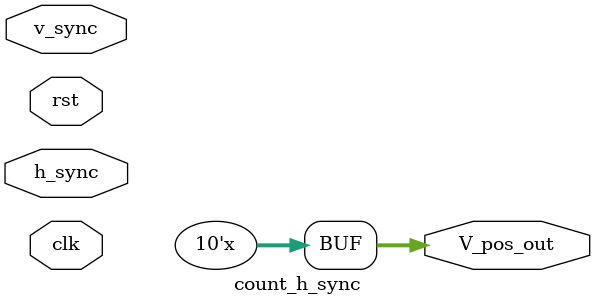
<source format=v>
module count_h_sync(
    input wire clk,
    input wire rst,
    input wire h_sync,
    input wire v_sync,
    output reg [9:0] V_pos_out
);

   reg [9:0] V_pos ;

    always @(*) begin
		if (v_sync|!rst) begin
			V_pos <= 0;
		end else begin
			if (h_sync) begin
				V_pos <= V_pos + 1'b1;
			end
		end
	V_pos_out <= V_pos;
    end

endmodule

</source>
